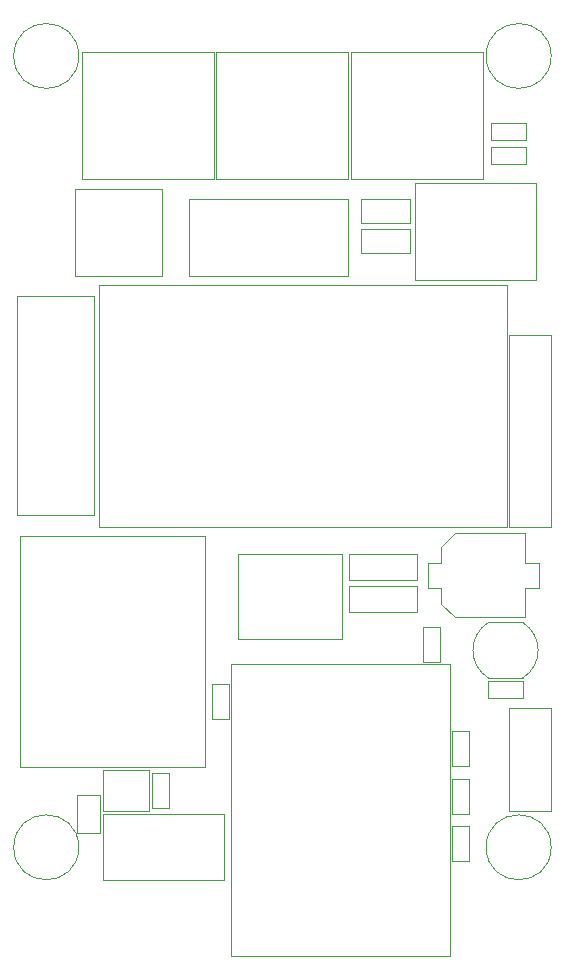
<source format=gbr>
%TF.GenerationSoftware,KiCad,Pcbnew,7.0.8*%
%TF.CreationDate,2025-03-27T12:51:53-03:00*%
%TF.ProjectId,on_off_module_x1,6f6e5f6f-6666-45f6-9d6f-64756c655f78,2.0*%
%TF.SameCoordinates,Original*%
%TF.FileFunction,Other,User*%
%FSLAX46Y46*%
G04 Gerber Fmt 4.6, Leading zero omitted, Abs format (unit mm)*
G04 Created by KiCad (PCBNEW 7.0.8) date 2025-03-27 12:51:53*
%MOMM*%
%LPD*%
G01*
G04 APERTURE LIST*
%ADD10C,0.050000*%
G04 APERTURE END LIST*
D10*
%TO.C,C5*%
X161881000Y-116362001D02*
X161881000Y-119322001D01*
X160421000Y-116362001D02*
X161881000Y-116362001D01*
X161881000Y-119322001D02*
X160421000Y-119322001D01*
X160421000Y-119322001D02*
X160421000Y-116362001D01*
%TO.C,R8*%
X165971000Y-116000001D02*
X168871000Y-116000001D01*
X165971000Y-120700001D02*
X168871000Y-120700001D01*
X165971000Y-116000001D02*
G75*
G03*
X165971000Y-120700001I1450000J-2350000D01*
G01*
X168871000Y-120700000D02*
G75*
G03*
X168871000Y-116000002I-1450001J2349999D01*
G01*
%TO.C,Q1*%
X137205000Y-131932001D02*
X137205000Y-128532001D01*
X137205000Y-128532001D02*
X133365000Y-128532001D01*
X133365000Y-131932001D02*
X137205000Y-131932001D01*
X133365000Y-128532001D02*
X133365000Y-131932001D01*
%TO.C,REF\u002A\u002A*%
X131283000Y-68035001D02*
G75*
G03*
X131283000Y-68035001I-2750000J0D01*
G01*
%TO.C,D2*%
X131165000Y-133793001D02*
X133065000Y-133793001D01*
X131165000Y-133793001D02*
X131165000Y-130593001D01*
X133065000Y-133793001D02*
X133065000Y-130593001D01*
X131165000Y-130593001D02*
X133065000Y-130593001D01*
%TO.C,J3*%
X165535500Y-78467001D02*
X165535500Y-67657001D01*
X165535500Y-67657001D02*
X154365500Y-67657001D01*
X154365500Y-78467001D02*
X165535500Y-78467001D01*
X154365500Y-67657001D02*
X154365500Y-78467001D01*
%TO.C,R9*%
X155161000Y-82679001D02*
X159361000Y-82679001D01*
X155161000Y-84679001D02*
X155161000Y-82679001D01*
X159361000Y-82679001D02*
X159361000Y-84679001D01*
X159361000Y-84679001D02*
X155161000Y-84679001D01*
%TO.C,U4*%
X159781000Y-78777001D02*
X159781000Y-86977001D01*
X159781000Y-86977001D02*
X169981000Y-86977001D01*
X169981000Y-78777001D02*
X159781000Y-78777001D01*
X169981000Y-86977001D02*
X169981000Y-78777001D01*
%TO.C,C6*%
X154118000Y-86675001D02*
X154118000Y-80175001D01*
X154118000Y-80175001D02*
X140618000Y-80175001D01*
X140618000Y-86675001D02*
X154118000Y-86675001D01*
X140618000Y-80175001D02*
X140618000Y-86675001D01*
%TO.C,REF\u002A\u002A*%
X171283000Y-135035001D02*
G75*
G03*
X171283000Y-135035001I-2750000J0D01*
G01*
%TO.C,D1*%
X169155000Y-75138001D02*
X166195000Y-75138001D01*
X169155000Y-73678001D02*
X169155000Y-75138001D01*
X166195000Y-75138001D02*
X166195000Y-73678001D01*
X166195000Y-73678001D02*
X169155000Y-73678001D01*
%TO.C,K1*%
X141997000Y-128277001D02*
X126297000Y-128277001D01*
X141997000Y-128277001D02*
X141997000Y-108677001D01*
X126297000Y-108677001D02*
X126297000Y-128277001D01*
X126297000Y-108677001D02*
X141997000Y-108677001D01*
%TO.C,J4*%
X171253000Y-107899001D02*
X167703000Y-107899001D01*
X171253000Y-91649001D02*
X171253000Y-107899001D01*
X167703000Y-107899001D02*
X167703000Y-91649001D01*
X167703000Y-91649001D02*
X171253000Y-91649001D01*
%TO.C,R5*%
X164341000Y-125213501D02*
X164341000Y-128173501D01*
X162881000Y-125213501D02*
X164341000Y-125213501D01*
X164341000Y-128173501D02*
X162881000Y-128173501D01*
X162881000Y-128173501D02*
X162881000Y-125213501D01*
%TO.C,J2*%
X154118000Y-78467001D02*
X154118000Y-67657001D01*
X154118000Y-67657001D02*
X142948000Y-67657001D01*
X142948000Y-78467001D02*
X154118000Y-78467001D01*
X142948000Y-67657001D02*
X142948000Y-78467001D01*
%TO.C,J1*%
X142700500Y-78467001D02*
X142700500Y-67657001D01*
X142700500Y-67657001D02*
X131530500Y-67657001D01*
X131530500Y-78467001D02*
X142700500Y-78467001D01*
X131530500Y-67657001D02*
X131530500Y-78467001D01*
%TO.C,R10*%
X155161000Y-80139001D02*
X159361000Y-80139001D01*
X155161000Y-82139001D02*
X155161000Y-80139001D01*
X159361000Y-80139001D02*
X159361000Y-82139001D01*
X159361000Y-82139001D02*
X155161000Y-82139001D01*
%TO.C,U1*%
X153558000Y-117392001D02*
X153558000Y-110192001D01*
X153558000Y-110192001D02*
X144758000Y-110192001D01*
X144758000Y-117392001D02*
X153558000Y-117392001D01*
X144758000Y-110192001D02*
X144758000Y-117392001D01*
%TO.C,R6*%
X137481000Y-131712001D02*
X137481000Y-128752001D01*
X138941000Y-131712001D02*
X137481000Y-131712001D01*
X137481000Y-128752001D02*
X138941000Y-128752001D01*
X138941000Y-128752001D02*
X138941000Y-131712001D01*
%TO.C,C4*%
X154131998Y-112945999D02*
X159931998Y-112945999D01*
X154131998Y-115145999D02*
X154131998Y-112945999D01*
X159931998Y-112945999D02*
X159931998Y-115145999D01*
X159931998Y-115145999D02*
X154131998Y-115145999D01*
%TO.C,R2*%
X164341000Y-133213501D02*
X164341000Y-136173501D01*
X162881000Y-133213501D02*
X164341000Y-133213501D01*
X164341000Y-136173501D02*
X162881000Y-136173501D01*
X162881000Y-136173501D02*
X162881000Y-133213501D01*
%TO.C,U2*%
X162701000Y-144268501D02*
X145201000Y-144268501D01*
X162701000Y-136018501D02*
X162701000Y-144268501D01*
X162701000Y-119518501D02*
X162701000Y-136018501D01*
X145201000Y-144268501D02*
X144201000Y-144268501D01*
X144201000Y-144268501D02*
X144201000Y-119518501D01*
X144201000Y-119518501D02*
X162701000Y-119518501D01*
%TO.C,C1*%
X132571000Y-88399001D02*
X126071000Y-88399001D01*
X126071000Y-88399001D02*
X126071000Y-106899001D01*
X132571000Y-106899001D02*
X132571000Y-88399001D01*
X126071000Y-106899001D02*
X132571000Y-106899001D01*
%TO.C,U3*%
X143565000Y-137787001D02*
X143565000Y-132187001D01*
X143565000Y-132187001D02*
X133365000Y-132187001D01*
X133365000Y-137787001D02*
X143565000Y-137787001D01*
X133365000Y-132187001D02*
X133365000Y-137787001D01*
%TO.C,PS1*%
X133036500Y-87399001D02*
X133036500Y-107899001D01*
X133036500Y-107899001D02*
X167536500Y-107899001D01*
X167536500Y-87399001D02*
X133036500Y-87399001D01*
X167536500Y-107899001D02*
X167536500Y-87399001D01*
%TO.C,R7*%
X165941000Y-120922001D02*
X168901000Y-120922001D01*
X165941000Y-122382001D02*
X165941000Y-120922001D01*
X168901000Y-120922001D02*
X168901000Y-122382001D01*
X168901000Y-122382001D02*
X165941000Y-122382001D01*
%TO.C,C3*%
X154131999Y-110192000D02*
X159931999Y-110192000D01*
X154131999Y-112392000D02*
X154131999Y-110192000D01*
X159931999Y-110192000D02*
X159931999Y-112392000D01*
X159931999Y-112392000D02*
X154131999Y-112392000D01*
%TO.C,J5*%
X167678000Y-123281001D02*
X167678000Y-131931001D01*
X167678000Y-131931001D02*
X171278000Y-131931001D01*
X171278000Y-123281001D02*
X167678000Y-123281001D01*
X171278000Y-131931001D02*
X171278000Y-123281001D01*
%TO.C,REF\u002A\u002A*%
X131283000Y-135035001D02*
G75*
G03*
X131283000Y-135035001I-2750000J0D01*
G01*
X171283000Y-68035001D02*
G75*
G03*
X171283000Y-68035001I-2750000J0D01*
G01*
%TO.C,C2*%
X160833000Y-110950000D02*
X160833000Y-113050000D01*
X160833000Y-113050000D02*
X161983000Y-113050000D01*
X161983000Y-109600000D02*
X161983000Y-110950000D01*
X161983000Y-109600000D02*
X163133000Y-108450000D01*
X161983000Y-110950000D02*
X160833000Y-110950000D01*
X161983000Y-113050000D02*
X161983000Y-114400000D01*
X161983000Y-114400000D02*
X163133000Y-115550000D01*
X163133000Y-108450000D02*
X169083000Y-108450000D01*
X163133000Y-115550000D02*
X169083000Y-115550000D01*
X169083000Y-108450000D02*
X169083000Y-110950000D01*
X169083000Y-110950000D02*
X170233000Y-110950000D01*
X169083000Y-113050000D02*
X169083000Y-115550000D01*
X170233000Y-110950000D02*
X170233000Y-113050000D01*
X170233000Y-113050000D02*
X169083000Y-113050000D01*
%TO.C,R4*%
X169175000Y-77166503D02*
X166215000Y-77166503D01*
X169175000Y-75706503D02*
X169175000Y-77166503D01*
X166215000Y-77166503D02*
X166215000Y-75706503D01*
X166215000Y-75706503D02*
X169175000Y-75706503D01*
%TO.C,R3*%
X142561000Y-124173501D02*
X142561000Y-121213501D01*
X144021000Y-124173501D02*
X142561000Y-124173501D01*
X142561000Y-121213501D02*
X144021000Y-121213501D01*
X144021000Y-121213501D02*
X144021000Y-124173501D01*
%TO.C,SW1*%
X130955000Y-86675001D02*
X130955000Y-79275001D01*
X138355000Y-86675001D02*
X130955000Y-86675001D01*
X138355000Y-86675001D02*
X138355000Y-79275001D01*
X130955000Y-79275001D02*
X138355000Y-79275001D01*
%TO.C,R1*%
X164341000Y-129213501D02*
X164341000Y-132173501D01*
X162881000Y-129213501D02*
X164341000Y-129213501D01*
X164341000Y-132173501D02*
X162881000Y-132173501D01*
X162881000Y-132173501D02*
X162881000Y-129213501D01*
%TD*%
M02*

</source>
